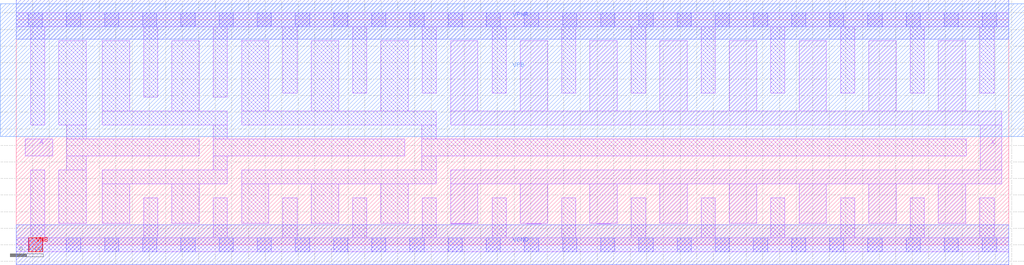
<source format=lef>
# Copyright 2020 The SkyWater PDK Authors
#
# Licensed under the Apache License, Version 2.0 (the "License");
# you may not use this file except in compliance with the License.
# You may obtain a copy of the License at
#
#     https://www.apache.org/licenses/LICENSE-2.0
#
# Unless required by applicable law or agreed to in writing, software
# distributed under the License is distributed on an "AS IS" BASIS,
# WITHOUT WARRANTIES OR CONDITIONS OF ANY KIND, either express or implied.
# See the License for the specific language governing permissions and
# limitations under the License.
#
# SPDX-License-Identifier: Apache-2.0

VERSION 5.7 ;
  NOWIREEXTENSIONATPIN ON ;
  DIVIDERCHAR "/" ;
  BUSBITCHARS "[]" ;
MACRO sky130_fd_sc_hd__bufbuf_16
  CLASS CORE ;
  FOREIGN sky130_fd_sc_hd__bufbuf_16 ;
  ORIGIN  0.000000  0.000000 ;
  SIZE  11.96000 BY  2.720000 ;
  SYMMETRY X Y R90 ;
  SITE unithd ;
  PIN A
    ANTENNAGATEAREA  0.247500 ;
    DIRECTION INPUT ;
    USE SIGNAL ;
    PORT
      LAYER li1 ;
        RECT 0.110000 1.075000 0.440000 1.275000 ;
    END
  END A
  PIN VNB
    PORT
      LAYER pwell ;
        RECT 0.150000 -0.085000 0.320000 0.085000 ;
    END
  END VNB
  PIN VPB
    PORT
      LAYER nwell ;
        RECT -0.190000 1.305000 12.150000 2.910000 ;
    END
  END VPB
  PIN X
    ANTENNADIFFAREA  3.564000 ;
    DIRECTION OUTPUT ;
    USE SIGNAL ;
    PORT
      LAYER li1 ;
        RECT  5.235000 0.255000  5.485000 0.260000 ;
        RECT  5.235000 0.260000  5.565000 0.735000 ;
        RECT  5.235000 0.735000 11.875000 0.905000 ;
        RECT  5.235000 1.445000 11.875000 1.615000 ;
        RECT  5.235000 1.615000  5.565000 2.465000 ;
        RECT  6.075000 0.260000  6.405000 0.735000 ;
        RECT  6.075000 1.615000  6.405000 2.465000 ;
        RECT  6.155000 0.255000  6.325000 0.260000 ;
        RECT  6.915000 0.260000  7.245000 0.735000 ;
        RECT  6.915000 1.615000  7.245000 2.465000 ;
        RECT  6.995000 0.255000  7.165000 0.260000 ;
        RECT  7.755000 0.260000  8.085000 0.735000 ;
        RECT  7.755000 1.615000  8.085000 2.465000 ;
        RECT  8.595000 0.260000  8.925000 0.735000 ;
        RECT  8.595000 1.615000  8.925000 2.465000 ;
        RECT  9.435000 0.260000  9.765000 0.735000 ;
        RECT  9.435000 1.615000  9.765000 2.465000 ;
        RECT 10.275000 0.260000 10.605000 0.735000 ;
        RECT 10.275000 1.615000 10.605000 2.465000 ;
        RECT 11.115000 0.260000 11.445000 0.735000 ;
        RECT 11.115000 1.615000 11.445000 2.465000 ;
        RECT 11.620000 0.905000 11.875000 1.445000 ;
    END
  END X
  PIN VGND
    DIRECTION INOUT ;
    SHAPE ABUTMENT ;
    USE GROUND ;
    PORT
      LAYER met1 ;
        RECT 0.000000 -0.240000 11.960000 0.240000 ;
    END
  END VGND
  PIN VPWR
    DIRECTION INOUT ;
    SHAPE ABUTMENT ;
    USE POWER ;
    PORT
      LAYER met1 ;
        RECT 0.000000 2.480000 11.960000 2.960000 ;
    END
  END VPWR
  OBS
    LAYER li1 ;
      RECT  0.000000 -0.085000 11.960000 0.085000 ;
      RECT  0.000000  2.635000 11.960000 2.805000 ;
      RECT  0.175000  0.085000  0.345000 0.905000 ;
      RECT  0.175000  1.445000  0.345000 2.635000 ;
      RECT  0.515000  0.260000  0.845000 0.905000 ;
      RECT  0.515000  1.445000  0.845000 2.465000 ;
      RECT  0.610000  0.905000  0.845000 1.075000 ;
      RECT  0.610000  1.075000  2.205000 1.275000 ;
      RECT  0.610000  1.275000  0.845000 1.445000 ;
      RECT  1.035000  0.260000  1.365000 0.735000 ;
      RECT  1.035000  0.735000  2.545000 0.905000 ;
      RECT  1.035000  1.445000  2.545000 1.615000 ;
      RECT  1.035000  1.615000  1.365000 2.465000 ;
      RECT  1.535000  0.085000  1.705000 0.565000 ;
      RECT  1.535000  1.785000  1.705000 2.635000 ;
      RECT  1.875000  0.260000  2.205000 0.735000 ;
      RECT  1.875000  1.615000  2.205000 2.465000 ;
      RECT  2.375000  0.085000  2.545000 0.565000 ;
      RECT  2.375000  0.905000  2.545000 1.075000 ;
      RECT  2.375000  1.075000  4.685000 1.275000 ;
      RECT  2.375000  1.275000  2.545000 1.445000 ;
      RECT  2.375000  1.785000  2.545000 2.635000 ;
      RECT  2.715000  0.260000  3.045000 0.735000 ;
      RECT  2.715000  0.735000  5.065000 0.905000 ;
      RECT  2.715000  1.445000  5.065000 1.615000 ;
      RECT  2.715000  1.615000  3.045000 2.465000 ;
      RECT  3.215000  0.085000  3.385000 0.565000 ;
      RECT  3.215000  1.835000  3.385000 2.635000 ;
      RECT  3.555000  0.260000  3.885000 0.735000 ;
      RECT  3.555000  1.615000  3.885000 2.465000 ;
      RECT  4.055000  0.085000  4.225000 0.565000 ;
      RECT  4.055000  1.835000  4.225000 2.635000 ;
      RECT  4.395000  0.260000  4.725000 0.735000 ;
      RECT  4.395000  1.615000  4.725000 2.465000 ;
      RECT  4.890000  0.905000  5.065000 1.075000 ;
      RECT  4.890000  1.075000 11.450000 1.275000 ;
      RECT  4.890000  1.275000  5.065000 1.445000 ;
      RECT  4.895000  0.085000  5.065000 0.565000 ;
      RECT  4.895000  1.835000  5.065000 2.635000 ;
      RECT  5.735000  0.085000  5.905000 0.565000 ;
      RECT  5.735000  1.835000  5.905000 2.635000 ;
      RECT  6.575000  0.085000  6.745000 0.565000 ;
      RECT  6.575000  1.835000  6.745000 2.635000 ;
      RECT  7.415000  0.085000  7.585000 0.565000 ;
      RECT  7.415000  1.835000  7.585000 2.635000 ;
      RECT  8.255000  0.085000  8.425000 0.565000 ;
      RECT  8.255000  1.835000  8.425000 2.635000 ;
      RECT  9.095000  0.085000  9.265000 0.565000 ;
      RECT  9.095000  1.835000  9.265000 2.635000 ;
      RECT  9.935000  0.085000 10.105000 0.565000 ;
      RECT  9.935000  1.835000 10.105000 2.635000 ;
      RECT 10.775000  0.085000 10.945000 0.565000 ;
      RECT 10.775000  1.835000 10.945000 2.635000 ;
      RECT 11.615000  0.085000 11.785000 0.565000 ;
      RECT 11.615000  1.835000 11.785000 2.635000 ;
    LAYER mcon ;
      RECT  0.145000 -0.085000  0.315000 0.085000 ;
      RECT  0.145000  2.635000  0.315000 2.805000 ;
      RECT  0.605000 -0.085000  0.775000 0.085000 ;
      RECT  0.605000  2.635000  0.775000 2.805000 ;
      RECT  1.065000 -0.085000  1.235000 0.085000 ;
      RECT  1.065000  2.635000  1.235000 2.805000 ;
      RECT  1.525000 -0.085000  1.695000 0.085000 ;
      RECT  1.525000  2.635000  1.695000 2.805000 ;
      RECT  1.985000 -0.085000  2.155000 0.085000 ;
      RECT  1.985000  2.635000  2.155000 2.805000 ;
      RECT  2.445000 -0.085000  2.615000 0.085000 ;
      RECT  2.445000  2.635000  2.615000 2.805000 ;
      RECT  2.905000 -0.085000  3.075000 0.085000 ;
      RECT  2.905000  2.635000  3.075000 2.805000 ;
      RECT  3.365000 -0.085000  3.535000 0.085000 ;
      RECT  3.365000  2.635000  3.535000 2.805000 ;
      RECT  3.825000 -0.085000  3.995000 0.085000 ;
      RECT  3.825000  2.635000  3.995000 2.805000 ;
      RECT  4.285000 -0.085000  4.455000 0.085000 ;
      RECT  4.285000  2.635000  4.455000 2.805000 ;
      RECT  4.745000 -0.085000  4.915000 0.085000 ;
      RECT  4.745000  2.635000  4.915000 2.805000 ;
      RECT  5.205000 -0.085000  5.375000 0.085000 ;
      RECT  5.205000  2.635000  5.375000 2.805000 ;
      RECT  5.665000 -0.085000  5.835000 0.085000 ;
      RECT  5.665000  2.635000  5.835000 2.805000 ;
      RECT  6.125000 -0.085000  6.295000 0.085000 ;
      RECT  6.125000  2.635000  6.295000 2.805000 ;
      RECT  6.585000 -0.085000  6.755000 0.085000 ;
      RECT  6.585000  2.635000  6.755000 2.805000 ;
      RECT  7.045000 -0.085000  7.215000 0.085000 ;
      RECT  7.045000  2.635000  7.215000 2.805000 ;
      RECT  7.505000 -0.085000  7.675000 0.085000 ;
      RECT  7.505000  2.635000  7.675000 2.805000 ;
      RECT  7.965000 -0.085000  8.135000 0.085000 ;
      RECT  7.965000  2.635000  8.135000 2.805000 ;
      RECT  8.425000 -0.085000  8.595000 0.085000 ;
      RECT  8.425000  2.635000  8.595000 2.805000 ;
      RECT  8.885000 -0.085000  9.055000 0.085000 ;
      RECT  8.885000  2.635000  9.055000 2.805000 ;
      RECT  9.345000 -0.085000  9.515000 0.085000 ;
      RECT  9.345000  2.635000  9.515000 2.805000 ;
      RECT  9.805000 -0.085000  9.975000 0.085000 ;
      RECT  9.805000  2.635000  9.975000 2.805000 ;
      RECT 10.265000 -0.085000 10.435000 0.085000 ;
      RECT 10.265000  2.635000 10.435000 2.805000 ;
      RECT 10.725000 -0.085000 10.895000 0.085000 ;
      RECT 10.725000  2.635000 10.895000 2.805000 ;
      RECT 11.185000 -0.085000 11.355000 0.085000 ;
      RECT 11.185000  2.635000 11.355000 2.805000 ;
      RECT 11.645000 -0.085000 11.815000 0.085000 ;
      RECT 11.645000  2.635000 11.815000 2.805000 ;
  END
END sky130_fd_sc_hd__bufbuf_16
END LIBRARY

</source>
